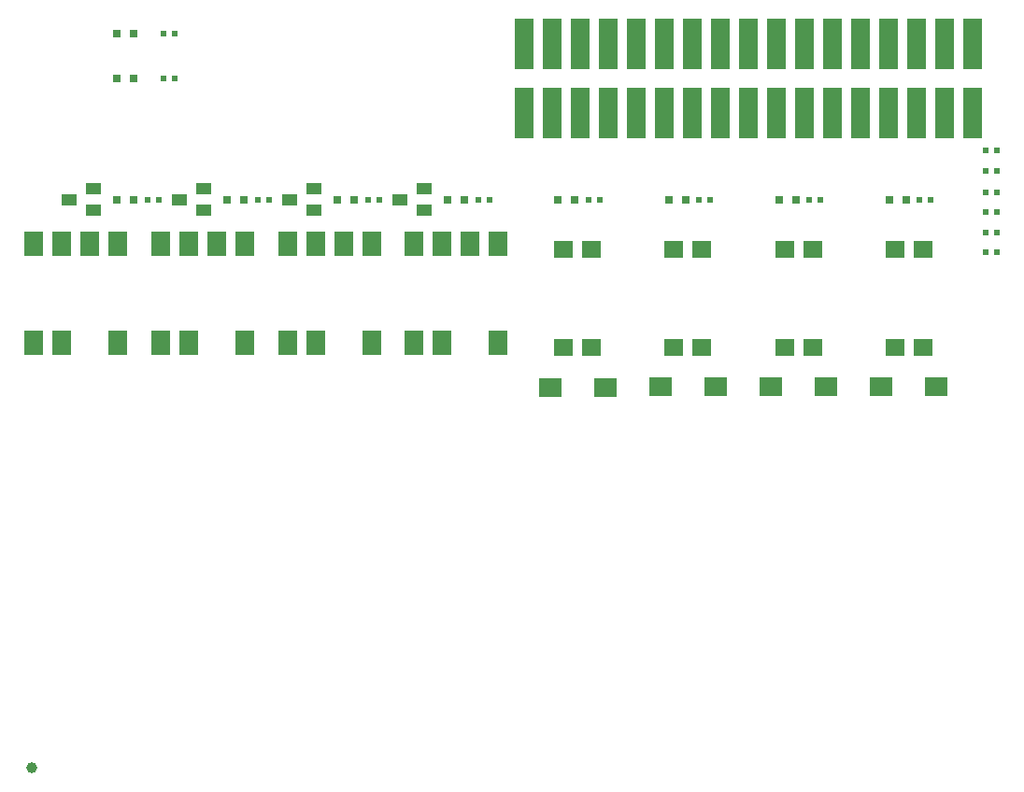
<source format=gbr>
G04 #@! TF.GenerationSoftware,KiCad,Pcbnew,7.0.5-4d25ed1034~172~ubuntu22.04.1*
G04 #@! TF.CreationDate,2023-06-14T16:27:38+03:00*
G04 #@! TF.ProjectId,AgonLight2-HvIO_Rev_A,41676f6e-4c69-4676-9874-322d4876494f,A*
G04 #@! TF.SameCoordinates,Original*
G04 #@! TF.FileFunction,Paste,Top*
G04 #@! TF.FilePolarity,Positive*
%FSLAX46Y46*%
G04 Gerber Fmt 4.6, Leading zero omitted, Abs format (unit mm)*
G04 Created by KiCad (PCBNEW 7.0.5-4d25ed1034~172~ubuntu22.04.1) date 2023-06-14 16:27:38*
%MOMM*%
%LPD*%
G01*
G04 APERTURE LIST*
%ADD10C,1.000000*%
%ADD11R,0.500000X0.550000*%
%ADD12R,0.800000X0.800000*%
%ADD13R,1.654000X2.254000*%
%ADD14R,2.000000X1.700000*%
%ADD15R,1.778000X1.524000*%
%ADD16R,1.400000X1.000000*%
%ADD17R,1.700000X4.550000*%
G04 APERTURE END LIST*
D10*
X56500000Y-168500000D03*
D11*
X68500000Y-102000000D03*
X69516000Y-102000000D03*
D12*
X64238000Y-117000000D03*
X65762000Y-117000000D03*
D13*
X98810000Y-121000000D03*
X96270000Y-121000000D03*
X93730000Y-121000000D03*
X91190000Y-121000000D03*
X98810000Y-130000000D03*
X93730000Y-130000000D03*
X91190000Y-130000000D03*
D11*
X143002000Y-114427000D03*
X144018000Y-114427000D03*
D14*
X103500000Y-134055000D03*
X108500000Y-134055000D03*
D11*
X66992000Y-117000000D03*
X68008000Y-117000000D03*
D15*
X124730000Y-130445000D03*
X127270000Y-130445000D03*
X127270000Y-121555000D03*
X124730000Y-121555000D03*
D13*
X75810000Y-121000000D03*
X73270000Y-121000000D03*
X70730000Y-121000000D03*
X68190000Y-121000000D03*
X75810000Y-130000000D03*
X70730000Y-130000000D03*
X68190000Y-130000000D03*
D11*
X144018000Y-116332000D03*
X143002000Y-116332000D03*
X137000000Y-117000000D03*
X138016000Y-117000000D03*
D12*
X134238000Y-117000000D03*
X135762000Y-117000000D03*
D13*
X87310000Y-121000000D03*
X84770000Y-121000000D03*
X82230000Y-121000000D03*
X79690000Y-121000000D03*
X87310000Y-130000000D03*
X82230000Y-130000000D03*
X79690000Y-130000000D03*
X64310000Y-121000000D03*
X61770000Y-121000000D03*
X59230000Y-121000000D03*
X56690000Y-121000000D03*
X64310000Y-130000000D03*
X59230000Y-130000000D03*
X56690000Y-130000000D03*
D11*
X143002000Y-120015000D03*
X144018000Y-120015000D03*
X68492000Y-106000000D03*
X69508000Y-106000000D03*
D14*
X123500000Y-134000000D03*
X128500000Y-134000000D03*
D16*
X72107440Y-117949960D03*
X72107440Y-116047500D03*
X69897640Y-117002540D03*
D14*
X133500000Y-134000000D03*
X138500000Y-134000000D03*
D15*
X104730000Y-130445000D03*
X107270000Y-130445000D03*
X107270000Y-121555000D03*
X104730000Y-121555000D03*
D14*
X113500000Y-134000000D03*
X118500000Y-134000000D03*
D16*
X92107440Y-117949960D03*
X92107440Y-116047500D03*
X89897640Y-117002540D03*
D11*
X106992000Y-117000000D03*
X108008000Y-117000000D03*
X143002000Y-118110000D03*
X144018000Y-118110000D03*
D12*
X124238000Y-117000000D03*
X125762000Y-117000000D03*
D16*
X62107440Y-117949960D03*
X62107440Y-116047500D03*
X59897640Y-117002540D03*
D12*
X65762000Y-102000000D03*
X64238000Y-102000000D03*
D16*
X82107440Y-117949960D03*
X82107440Y-116047500D03*
X79897640Y-117002540D03*
D12*
X104238000Y-117000000D03*
X105762000Y-117000000D03*
X114238000Y-117000000D03*
X115762000Y-117000000D03*
X94238000Y-117000000D03*
X95762000Y-117000000D03*
D11*
X144018000Y-121793000D03*
X143002000Y-121793000D03*
D15*
X114730000Y-130445000D03*
X117270000Y-130445000D03*
X117270000Y-121555000D03*
X114730000Y-121555000D03*
D12*
X74238000Y-117000000D03*
X75762000Y-117000000D03*
X65762000Y-106000000D03*
X64238000Y-106000000D03*
D11*
X86992000Y-117000000D03*
X88008000Y-117000000D03*
X126992000Y-117000000D03*
X128008000Y-117000000D03*
D17*
X141820000Y-109125000D03*
X141820000Y-102875000D03*
X139280000Y-109125000D03*
X139280000Y-102875000D03*
X136740000Y-109125000D03*
X136740000Y-102875000D03*
X134200000Y-109125000D03*
X134200000Y-102875000D03*
X131660000Y-109125000D03*
X131660000Y-102875000D03*
X129120000Y-109125000D03*
X129120000Y-102875000D03*
X126580000Y-109125000D03*
X126580000Y-102875000D03*
X124040000Y-109125000D03*
X124040000Y-102875000D03*
X121500000Y-109125000D03*
X121500000Y-102875000D03*
X118960000Y-109125000D03*
X118960000Y-102875000D03*
X116420000Y-109125000D03*
X116420000Y-102875000D03*
X113880000Y-109125000D03*
X113880000Y-102875000D03*
X111340000Y-109125000D03*
X111340000Y-102875000D03*
X108800000Y-109125000D03*
X108800000Y-102875000D03*
X106260000Y-109125000D03*
X106260000Y-102875000D03*
X103720000Y-109125000D03*
X103720000Y-102875000D03*
X101180000Y-109125000D03*
X101180000Y-102875000D03*
D15*
X134730000Y-130445000D03*
X137270000Y-130445000D03*
X137270000Y-121555000D03*
X134730000Y-121555000D03*
D11*
X76992000Y-117000000D03*
X78008000Y-117000000D03*
X143002000Y-112522000D03*
X144018000Y-112522000D03*
X96992000Y-117000000D03*
X98008000Y-117000000D03*
X116992000Y-117000000D03*
X118008000Y-117000000D03*
D12*
X84238000Y-117000000D03*
X85762000Y-117000000D03*
M02*

</source>
